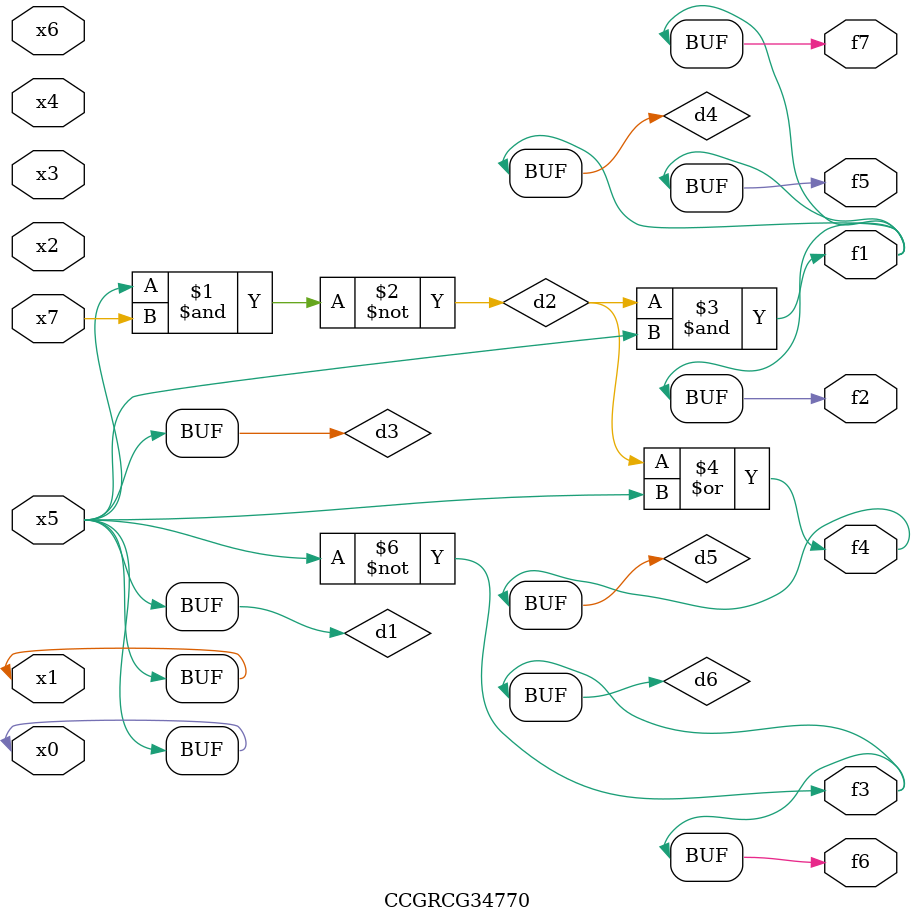
<source format=v>
module CCGRCG34770(
	input x0, x1, x2, x3, x4, x5, x6, x7,
	output f1, f2, f3, f4, f5, f6, f7
);

	wire d1, d2, d3, d4, d5, d6;

	buf (d1, x0, x5);
	nand (d2, x5, x7);
	buf (d3, x0, x1);
	and (d4, d2, d3);
	or (d5, d2, d3);
	nor (d6, d1, d3);
	assign f1 = d4;
	assign f2 = d4;
	assign f3 = d6;
	assign f4 = d5;
	assign f5 = d4;
	assign f6 = d6;
	assign f7 = d4;
endmodule

</source>
